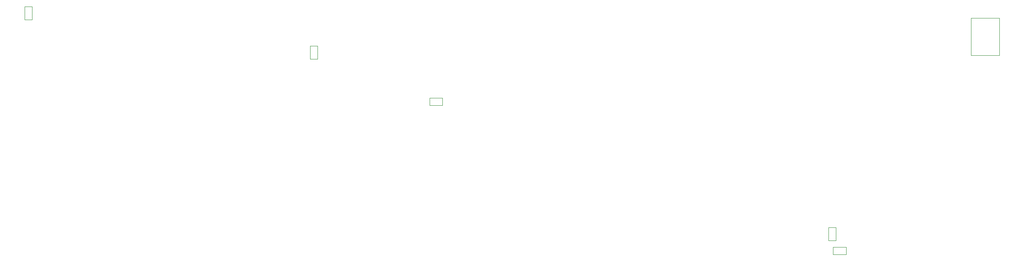
<source format=gbr>
%TF.GenerationSoftware,Altium Limited,Altium Designer,24.3.1 (35)*%
G04 Layer_Color=16711935*
%FSLAX43Y43*%
%MOMM*%
%TF.SameCoordinates,2EF1D394-34E5-4190-8ABA-250447B0B6E5*%
%TF.FilePolarity,Positive*%
%TF.FileFunction,Other,Mechanical_13*%
%TF.Part,Single*%
G01*
G75*
%TA.AperFunction,NonConductor*%
%ADD129C,0.100*%
D129*
X28375Y70950D02*
Y73650D01*
X26825Y70950D02*
Y73650D01*
Y70950D02*
X28375D01*
X26825Y73650D02*
X28375D01*
X193489Y22377D02*
Y23927D01*
X196189Y22377D02*
Y23927D01*
X193489Y22377D02*
X196189D01*
X193489Y23927D02*
X196189D01*
X85674Y62750D02*
Y65450D01*
X87224Y62750D02*
Y65450D01*
X85674D02*
X87224D01*
X85674Y62750D02*
X87224D01*
X110275Y53225D02*
X112975D01*
X110275Y54775D02*
X112975D01*
X110275Y53225D02*
Y54775D01*
X112975Y53225D02*
Y54775D01*
X192508Y25302D02*
Y28002D01*
X194058Y25302D02*
Y28002D01*
X192508D02*
X194058D01*
X192508Y25302D02*
X194058D01*
X221925Y63580D02*
X227725D01*
X221925D02*
Y71240D01*
X227725D01*
Y63580D02*
Y71240D01*
%TF.MD5,c9d9146ad40c4286900e82a84249b34d*%
M02*

</source>
